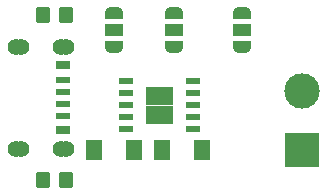
<source format=gbr>
%TF.GenerationSoftware,KiCad,Pcbnew,8.0.2*%
%TF.CreationDate,2024-12-05T16:11:27+05:30*%
%TF.ProjectId,USB PD,55534220-5044-42e6-9b69-6361645f7063,rev?*%
%TF.SameCoordinates,Original*%
%TF.FileFunction,Soldermask,Top*%
%TF.FilePolarity,Negative*%
%FSLAX46Y46*%
G04 Gerber Fmt 4.6, Leading zero omitted, Abs format (unit mm)*
G04 Created by KiCad (PCBNEW 8.0.2) date 2024-12-05 16:11:27*
%MOMM*%
%LPD*%
G01*
G04 APERTURE LIST*
G04 Aperture macros list*
%AMRoundRect*
0 Rectangle with rounded corners*
0 $1 Rounding radius*
0 $2 $3 $4 $5 $6 $7 $8 $9 X,Y pos of 4 corners*
0 Add a 4 corners polygon primitive as box body*
4,1,4,$2,$3,$4,$5,$6,$7,$8,$9,$2,$3,0*
0 Add four circle primitives for the rounded corners*
1,1,$1+$1,$2,$3*
1,1,$1+$1,$4,$5*
1,1,$1+$1,$6,$7*
1,1,$1+$1,$8,$9*
0 Add four rect primitives between the rounded corners*
20,1,$1+$1,$2,$3,$4,$5,0*
20,1,$1+$1,$4,$5,$6,$7,0*
20,1,$1+$1,$6,$7,$8,$9,0*
20,1,$1+$1,$8,$9,$2,$3,0*%
%AMFreePoly0*
4,1,19,0.550000,-0.750000,0.000000,-0.750000,0.000000,-0.744911,-0.071157,-0.744911,-0.207708,-0.704816,-0.327430,-0.627875,-0.420627,-0.520320,-0.479746,-0.390866,-0.500000,-0.250000,-0.500000,0.250000,-0.479746,0.390866,-0.420627,0.520320,-0.327430,0.627875,-0.207708,0.704816,-0.071157,0.744911,0.000000,0.744911,0.000000,0.750000,0.550000,0.750000,0.550000,-0.750000,0.550000,-0.750000,
$1*%
%AMFreePoly1*
4,1,19,0.000000,0.744911,0.071157,0.744911,0.207708,0.704816,0.327430,0.627875,0.420627,0.520320,0.479746,0.390866,0.500000,0.250000,0.500000,-0.250000,0.479746,-0.390866,0.420627,-0.520320,0.327430,-0.627875,0.207708,-0.704816,0.071157,-0.744911,0.000000,-0.744911,0.000000,-0.750000,-0.550000,-0.750000,-0.550000,0.750000,0.000000,0.750000,0.000000,0.744911,0.000000,0.744911,
$1*%
G04 Aperture macros list end*
%ADD10R,1.200000X0.590000*%
%ADD11R,1.200000X0.800000*%
%ADD12C,1.400000*%
%ADD13C,3.000000*%
%ADD14R,3.000000X3.000000*%
%ADD15R,1.300000X0.600000*%
%ADD16R,1.150000X1.600000*%
%ADD17RoundRect,0.250000X-0.350000X-0.450000X0.350000X-0.450000X0.350000X0.450000X-0.350000X0.450000X0*%
%ADD18R,1.400000X1.700000*%
%ADD19FreePoly0,270.000000*%
%ADD20R,1.500000X1.000000*%
%ADD21FreePoly1,270.000000*%
G04 APERTURE END LIST*
D10*
%TO.C,J1*%
X89657500Y-90305000D03*
X89657500Y-92325000D03*
D11*
X89657500Y-93555000D03*
D10*
X89657500Y-91305000D03*
X89657500Y-89285000D03*
D11*
X89657500Y-88055000D03*
D12*
X86057500Y-86485000D03*
X85657500Y-95125000D03*
X86057500Y-95125000D03*
X89857500Y-95125000D03*
X89457500Y-95125000D03*
X89457500Y-86485000D03*
X85657500Y-86485000D03*
X89857500Y-86485000D03*
%TD*%
D13*
%TO.C,J2*%
X109855000Y-90250000D03*
D14*
X109855000Y-95250000D03*
%TD*%
D15*
%TO.C,U1*%
X94940000Y-93440000D03*
X94940000Y-92440000D03*
X94940000Y-91440000D03*
X94940000Y-90440000D03*
X94940000Y-89440000D03*
X100640000Y-89440000D03*
X100640000Y-90440000D03*
X100640000Y-91440000D03*
X100640000Y-92440000D03*
X100640000Y-93440000D03*
D16*
X97215000Y-90640000D03*
X97215000Y-92240000D03*
X98365000Y-90640000D03*
X98365000Y-92240000D03*
%TD*%
D17*
%TO.C,R3*%
X87900000Y-97790000D03*
X89900000Y-97790000D03*
%TD*%
%TO.C,R2*%
X87900000Y-83820000D03*
X89900000Y-83820000D03*
%TD*%
D18*
%TO.C,R1*%
X92280000Y-95250000D03*
X95680000Y-95250000D03*
%TD*%
D19*
%TO.C,JP3*%
X93980000Y-83630000D03*
D20*
X93980000Y-85090000D03*
D21*
X93980000Y-86550000D03*
%TD*%
D19*
%TO.C,JP2*%
X99060000Y-83630000D03*
D20*
X99060000Y-85090000D03*
D21*
X99060000Y-86550000D03*
%TD*%
D19*
%TO.C,JP1*%
X104775000Y-83630000D03*
D20*
X104775000Y-85090000D03*
D21*
X104775000Y-86550000D03*
%TD*%
D18*
%TO.C,C1*%
X101395000Y-95250000D03*
X97995000Y-95250000D03*
%TD*%
M02*

</source>
